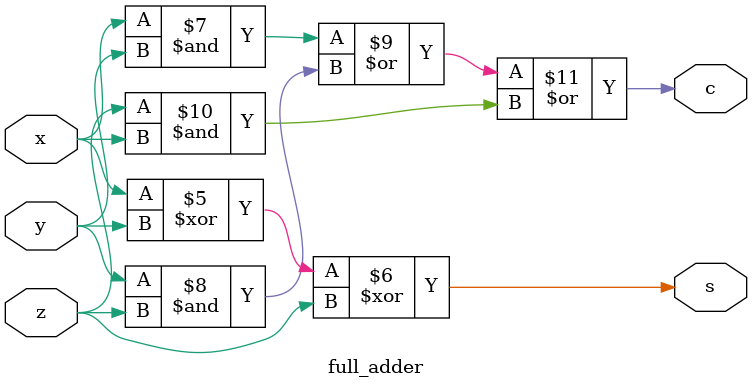
<source format=sv>
module carry_select_adder
(
    input   logic[15:0]     A,
    input   logic[15:0]     B,
    output  logic[15:0]     Sum,
    output  logic           CO
);

    /* TODO
     *
     * Insert code here to implement a carry select.
     * Your code should be completly combinational (don't use always_ff or always_latch).
     * Feel free to create sub-modules or other files. */
    
    logic [3:0] c, c0, c1; 
    logic [15:0] s0, s1;
    four_ripple_adder FR0(.A(A[3:0]), .B(B[3:0]), .Cin(1'b0), .Cout(c0[0]),.S(s0[3:0]));
    four_ripple_adder FR2(.A(A[7:4]), .B(B[7:4]), .Cin(1'b0), .Cout(c0[1]),.S(s0[7:4]));
    four_ripple_adder FR3(.A(A[7:4]), .B(B[7:4]), .Cin(1'b1), .Cout(c1[1]),.S(s1[7:4]));
    four_ripple_adder FR4(.A(A[11:8]), .B(B[11:8]), .Cin(1'b0), .Cout(c0[2]),.S(s0[11:8]));
    four_ripple_adder FR5(.A(A[11:8]), .B(B[11:8]), .Cin(1'b1), .Cout(c1[2]),.S(s1[11:8]));
    four_ripple_adder FR6(.A(A[15:12]), .B(B[15:12]), .Cin(1'b0), .Cout(c0[3]),.S(s0[15:12]));
    four_ripple_adder FR7(.A(A[15:12]), .B(B[15:12]), .Cin(1'b1), .Cout(c1[3]),.S(s1[15:12]));
    
    always_comb begin
		c[0] = c0[0];
		for (int i = 1; i < 4; i++) begin
        c[i] = c0[i] | (c1[i] & c[i-1]);
		end
		CO = c[3];
		Sum[3:0] = s0[3:0];
		for (int i = 0; i < 3; i++) begin
        unique case (c[i])
            1'b0: Sum[(i+1)*4 +: 4] = s0[(i+1)*4 +: 4];
            1'b1: Sum[(i+1)*4 +: 4] = s1[(i+1)*4 +: 4];
            default: Sum[(i+1)*4 +: 4] = 4'bxxxx;
        endcase
		end
	end

     
endmodule

module four_ripple_adder
(
    input logic[3:0] A,
    input logic[3:0] B,
    input logic Cin,
    output logic Cout,
    output logic[3:0] S
);
    logic [2:0] c;
    full_adder FA0(.x(A[0]), .y(B[0]), .z(Cin), .c(c[0]), .s(S[0]));
    full_adder FA1(.x(A[1]), .y(B[1]), .z(c[0]), .c(c[1]), .s(S[1]));
    full_adder FA2(.x(A[2]), .y(B[2]), .z(c[1]), .c(c[2]), .s(S[2]));
    full_adder FA3(.x(A[3]), .y(B[3]), .z(c[2]), .c(Cout), .s(S[3]));
endmodule

module full_adder
(
	input logic x,y,z, 
	output logic c,s
);
	assign s=x^y^z;
	assign c=(x&y)|(y&z)|(z&x);
endmodule
</source>
